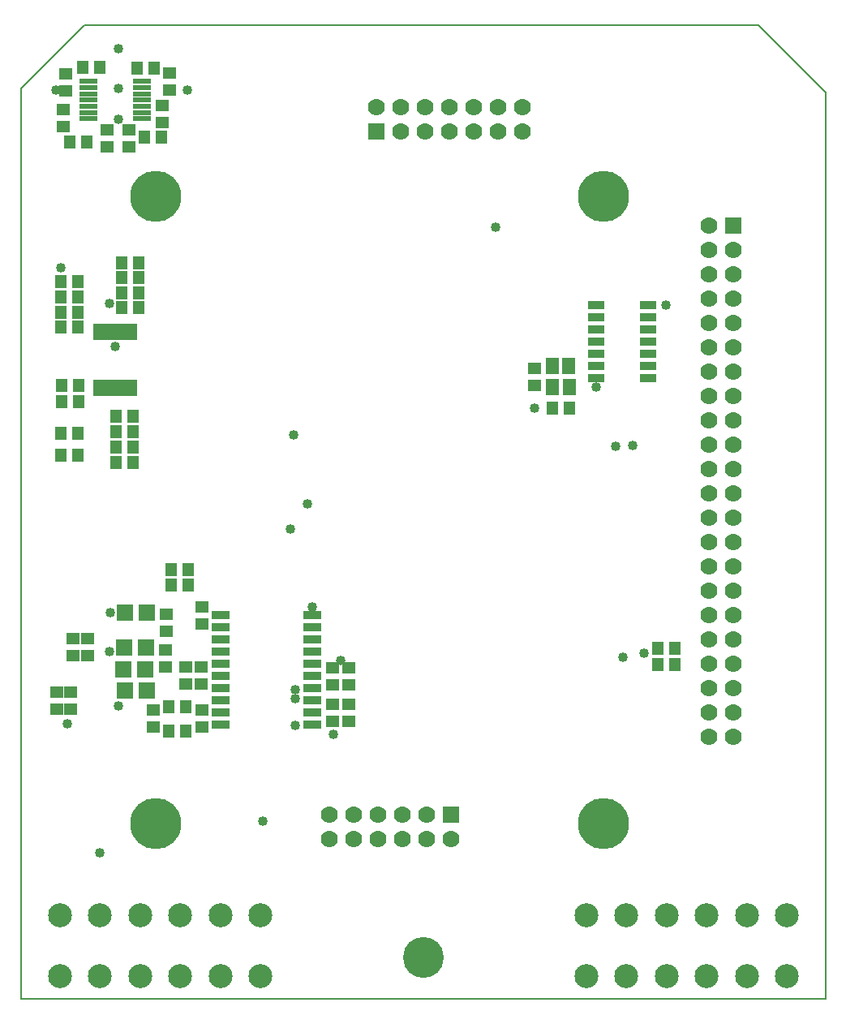
<source format=gbr>
G04 GENERATED BY PULSONIX 12.5 GERBER.DLL 9362*
G04 #@! TF.GenerationSoftware,Pulsonix,Pulsonix,12.5.9360*
G04 #@! TF.CreationDate,2023-08-16T02:30:58+04:00*
G04 #@! TF.Part,Single*
%INCOMPARATOR INTERFACE V2*%
%LNTOP SOLDER MASK*%
%FSLAX35Y35*%
%LPD*%
%MOIN*%
G04 #@! TF.FileFunction,Soldermask,Top*
G04 #@! TF.FilePolarity,Negative*
G04 #@! TA.AperFunction,ComponentPad*
%ADD15R,0.07000X0.07000*%
%ADD16C,0.07000*%
G04 #@! TA.AperFunction,Profile*
%ADD152C,0.00600*%
G04 #@! TA.AperFunction,ViaPad*
%ADD153C,0.04000*%
G04 #@! TA.AperFunction,WasherPad*
%ADD154C,0.21000*%
%ADD155C,0.16748*%
G04 #@! TA.AperFunction,SMDPad,CuDef*
%ADD156R,0.04940X0.05330*%
%ADD157R,0.05330X0.04940*%
G04 #@! TA.AperFunction,ComponentPad*
%ADD158C,0.09858*%
G04 #@! TA.AperFunction,SMDPad,CuDef*
%ADD159R,0.07693X0.03559*%
%ADD160R,0.07299X0.02181*%
%ADD161R,0.06906X0.03559*%
%ADD162R,0.05724X0.06512*%
%ADD163R,0.02772X0.06807*%
%ADD164R,0.07000X0.06500*%
G04 #@! TD.AperFunction*
X0Y0D02*
D02*
D15*
X146412Y1410002D03*
X177012Y1129202D03*
X293212Y1371202D03*
D02*
D16*
X127012Y1119202D03*
Y1129202D03*
X137012Y1119202D03*
Y1129202D03*
X146412Y1420002D03*
X147012Y1119202D03*
Y1129202D03*
X156412Y1410002D03*
Y1420002D03*
X157012Y1119202D03*
Y1129202D03*
X166412Y1410002D03*
Y1420002D03*
X167012Y1119202D03*
Y1129202D03*
X176412Y1410002D03*
Y1420002D03*
X177012Y1119202D03*
X186412Y1410002D03*
Y1420002D03*
X196412Y1410002D03*
Y1420002D03*
X206412Y1410002D03*
Y1420002D03*
X283212Y1161202D03*
Y1171202D03*
Y1181202D03*
Y1191202D03*
Y1201202D03*
Y1211202D03*
Y1221202D03*
Y1231202D03*
Y1241202D03*
Y1251202D03*
Y1261202D03*
Y1271202D03*
Y1281202D03*
Y1291202D03*
Y1301202D03*
Y1311202D03*
Y1321202D03*
Y1331202D03*
Y1341202D03*
Y1351202D03*
Y1361202D03*
Y1371202D03*
X293212Y1161202D03*
Y1171202D03*
Y1181202D03*
Y1191202D03*
Y1201202D03*
Y1211202D03*
Y1221202D03*
Y1231202D03*
Y1241202D03*
Y1251202D03*
Y1261202D03*
Y1271202D03*
Y1281202D03*
Y1291202D03*
Y1301202D03*
Y1311202D03*
Y1321202D03*
Y1331202D03*
Y1341202D03*
Y1351202D03*
Y1361202D03*
D02*
D152*
X26284Y1453600D02*
X303450D01*
X331009Y1426041D01*
Y1053600D01*
X300D01*
Y1427616D01*
X26284Y1453600D01*
D02*
D153*
X14854Y1426800D03*
X16654Y1354100D03*
X19254Y1166700D03*
X32854Y1113500D03*
X36654Y1196300D03*
X36854Y1339300D03*
X37054Y1212300D03*
X39054Y1321500D03*
X40254Y1427500D03*
Y1443900D03*
X40454Y1174100D03*
Y1414900D03*
X49358Y1065096D03*
X68854Y1426800D03*
X99654Y1126500D03*
X111054Y1246600D03*
X112431Y1285400D03*
X113054Y1165900D03*
Y1176900D03*
Y1180500D03*
X118054Y1256800D03*
X120054Y1214700D03*
X128654Y1162300D03*
X131654Y1192700D03*
X195254Y1370700D03*
X211454Y1296300D03*
X236854Y1305100D03*
X244654Y1280500D03*
X247654Y1193900D03*
X251654Y1280900D03*
X256454Y1195500D03*
X265454Y1338700D03*
D02*
D154*
X55612Y1125778D03*
Y1383278D03*
X239612Y1125778D03*
Y1383278D03*
D02*
D155*
X165654Y1070762D03*
D02*
D156*
X16554Y1285900D03*
Y1329500D03*
Y1335700D03*
Y1342100D03*
Y1348300D03*
X16754Y1276900D03*
X16954Y1299100D03*
Y1305500D03*
X20354Y1405700D03*
X23554Y1285900D03*
Y1329500D03*
Y1335700D03*
Y1342100D03*
Y1348300D03*
X23754Y1276900D03*
X23954Y1299100D03*
Y1305500D03*
X25554Y1436300D03*
X27354Y1405700D03*
X32554Y1436300D03*
X39354Y1273900D03*
Y1280300D03*
Y1286500D03*
Y1292900D03*
X41754Y1337500D03*
Y1343700D03*
Y1349900D03*
Y1356100D03*
X46354Y1273900D03*
Y1280300D03*
Y1286500D03*
Y1292900D03*
X48154Y1435900D03*
X48754Y1337500D03*
Y1343700D03*
Y1349900D03*
Y1356100D03*
X50954Y1407500D03*
X55154Y1435900D03*
X57954Y1407500D03*
X60954Y1163700D03*
X61154Y1173700D03*
X61954Y1223500D03*
X62154Y1230100D03*
X67954Y1163700D03*
X68154Y1173700D03*
X68954Y1223500D03*
X69154Y1230100D03*
X218754Y1296300D03*
X225754D03*
X261954Y1190900D03*
X262154Y1197500D03*
X268954Y1190900D03*
X269154Y1197500D03*
D02*
D157*
X15054Y1172600D03*
Y1179600D03*
X17854Y1411800D03*
Y1418800D03*
X18854Y1426600D03*
Y1433600D03*
X20854Y1172600D03*
Y1179600D03*
X21654Y1194500D03*
Y1201500D03*
X27854Y1194500D03*
Y1201500D03*
X35854Y1403600D03*
Y1410600D03*
X44654Y1403600D03*
Y1410600D03*
X54854Y1165200D03*
Y1172200D03*
X58254Y1413600D03*
Y1420600D03*
X59854Y1189900D03*
Y1196900D03*
X60054Y1204700D03*
Y1211700D03*
X61254Y1426800D03*
Y1433800D03*
X68054Y1182800D03*
Y1189800D03*
X74454Y1182800D03*
Y1189800D03*
X74654Y1165200D03*
Y1172200D03*
X74854Y1207700D03*
Y1214700D03*
X128254Y1167700D03*
Y1174700D03*
Y1182700D03*
Y1189700D03*
X135054Y1167700D03*
Y1174700D03*
Y1182700D03*
Y1189700D03*
X211254Y1305600D03*
Y1312600D03*
D02*
D158*
X16366Y1063046D03*
Y1088046D03*
X32862Y1063046D03*
Y1088046D03*
X49358Y1063046D03*
Y1088046D03*
X65854Y1063046D03*
Y1088046D03*
X82350Y1063046D03*
Y1088046D03*
X98846Y1063046D03*
Y1088046D03*
X232662Y1063046D03*
Y1088046D03*
X249158Y1063046D03*
Y1088046D03*
X265654Y1063046D03*
Y1088046D03*
X282150Y1063046D03*
Y1088046D03*
X298646Y1063046D03*
Y1088046D03*
X315142Y1063046D03*
Y1088046D03*
D02*
D159*
X82455Y1166200D03*
Y1171200D03*
Y1176200D03*
Y1181200D03*
Y1186200D03*
Y1191200D03*
Y1196200D03*
Y1201200D03*
Y1206200D03*
Y1211200D03*
X120054Y1166200D03*
Y1171200D03*
Y1176200D03*
Y1181200D03*
Y1186200D03*
Y1191200D03*
Y1196200D03*
Y1201200D03*
Y1206200D03*
Y1211200D03*
D02*
D160*
X28054Y1415146D03*
Y1417705D03*
Y1420264D03*
Y1422823D03*
Y1425382D03*
Y1427941D03*
Y1430500D03*
X50102Y1415146D03*
Y1417705D03*
Y1420264D03*
Y1422823D03*
Y1425382D03*
Y1427941D03*
Y1430500D03*
D02*
D161*
X236824Y1308700D03*
Y1313700D03*
Y1318700D03*
Y1323700D03*
Y1328700D03*
Y1333700D03*
Y1338700D03*
X258084Y1308700D03*
Y1313700D03*
Y1318700D03*
Y1323700D03*
Y1328700D03*
Y1333700D03*
Y1338700D03*
D02*
D162*
X218855Y1304839D03*
Y1313500D03*
X225548D03*
X225747Y1304839D03*
D02*
D163*
X31377Y1304533D03*
Y1327667D03*
X33936Y1304533D03*
Y1327667D03*
X36495Y1304533D03*
Y1327667D03*
X39054Y1304533D03*
Y1327667D03*
X41613Y1304533D03*
Y1327667D03*
X44172Y1304533D03*
Y1327667D03*
X46731Y1304533D03*
Y1327667D03*
D02*
D164*
X42354Y1188900D03*
X42754Y1198100D03*
X42954Y1180300D03*
Y1212300D03*
X51354Y1188900D03*
X51754Y1198100D03*
X51954Y1180300D03*
Y1212300D03*
X0Y0D02*
M02*

</source>
